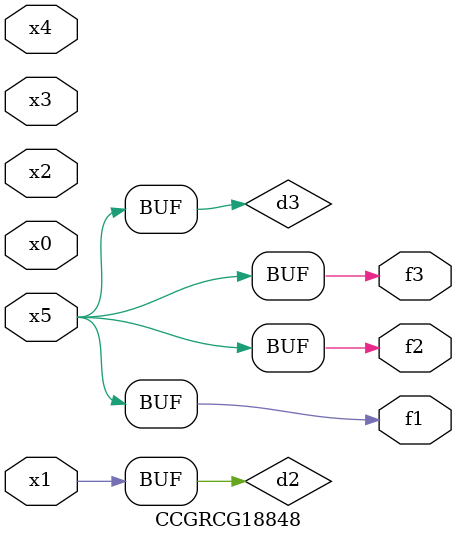
<source format=v>
module CCGRCG18848(
	input x0, x1, x2, x3, x4, x5,
	output f1, f2, f3
);

	wire d1, d2, d3;

	not (d1, x5);
	or (d2, x1);
	xnor (d3, d1);
	assign f1 = d3;
	assign f2 = d3;
	assign f3 = d3;
endmodule

</source>
